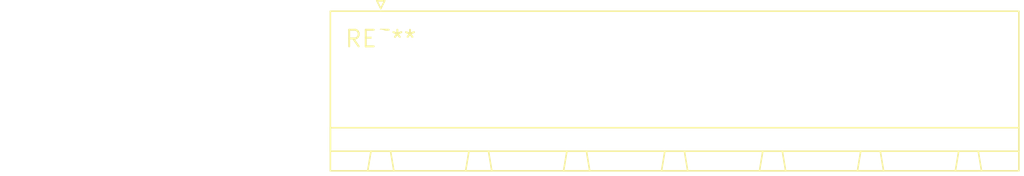
<source format=kicad_pcb>
(kicad_pcb (version 20240108) (generator pcbnew)
  (layers (0 "F.Cu" signal) (31 "B.Cu" signal) (34 "B.Paste" user) (35 "F.Paste" user) (36 "B.SilkS" user "B.Silkscreen") (37 "F.SilkS" user "F.Silkscreen") (38 "B.Mask" user) (39 "F.Mask" user) (44 "Edge.Cuts" user))
  (net 0 "")
  (footprint "PhoenixContact_GMSTBA_2,5_7-G_1x07_P7.50mm_Horizontal" (layer "F.Cu") (at 0 0)
    (property "Reference" "REF**")
    (property "Value" "PhoenixContact_GMSTBA_2,5_7-G_1x07_P7.50mm_Horizontal")
    (fp_line (start -3.86 -2.11) (end -3.86 10.11) (layer "F.SilkS") (stroke (width 0.12)))
    (fp_line (start -3.86 6.81) (end 48.86 6.81) (layer "F.SilkS") (stroke (width 0.12)))
    (fp_line (start -3.86 8.61) (end -3.86 6.81) (layer "F.SilkS") (stroke (width 0.12)))
    (fp_line (start -3.86 10.11) (end 48.86 10.11) (layer "F.SilkS") (stroke (width 0.12)))
    (fp_line (start -1 10.11) (end 1 10.11) (layer "F.SilkS") (stroke (width 0.12)))
    (fp_line (start -0.75 8.61) (end -1 10.11) (layer "F.SilkS") (stroke (width 0.12)))
    (fp_line (start -0.3 -2.91) (end 0.3 -2.91) (layer "F.SilkS") (stroke (width 0.12)))
    (fp_line (start 0 -2.31) (end -0.3 -2.91) (layer "F.SilkS") (stroke (width 0.12)))
    (fp_line (start 0.3 -2.91) (end 0 -2.31) (layer "F.SilkS") (stroke (width 0.12)))
    (fp_line (start 0.75 8.61) (end -0.75 8.61) (layer "F.SilkS") (stroke (width 0.12)))
    (fp_line (start 1 10.11) (end 0.75 8.61) (layer "F.SilkS") (stroke (width 0.12)))
    (fp_line (start 6.5 10.11) (end 8.5 10.11) (layer "F.SilkS") (stroke (width 0.12)))
    (fp_line (start 6.75 8.61) (end 6.5 10.11) (layer "F.SilkS") (stroke (width 0.12)))
    (fp_line (start 8.25 8.61) (end 6.75 8.61) (layer "F.SilkS") (stroke (width 0.12)))
    (fp_line (start 8.5 10.11) (end 8.25 8.61) (layer "F.SilkS") (stroke (width 0.12)))
    (fp_line (start 14 10.11) (end 16 10.11) (layer "F.SilkS") (stroke (width 0.12)))
    (fp_line (start 14.25 8.61) (end 14 10.11) (layer "F.SilkS") (stroke (width 0.12)))
    (fp_line (start 15.75 8.61) (end 14.25 8.61) (layer "F.SilkS") (stroke (width 0.12)))
    (fp_line (start 16 10.11) (end 15.75 8.61) (layer "F.SilkS") (stroke (width 0.12)))
    (fp_line (start 21.5 10.11) (end 23.5 10.11) (layer "F.SilkS") (stroke (width 0.12)))
    (fp_line (start 21.75 8.61) (end 21.5 10.11) (layer "F.SilkS") (stroke (width 0.12)))
    (fp_line (start 23.25 8.61) (end 21.75 8.61) (layer "F.SilkS") (stroke (width 0.12)))
    (fp_line (start 23.5 10.11) (end 23.25 8.61) (layer "F.SilkS") (stroke (width 0.12)))
    (fp_line (start 29 10.11) (end 31 10.11) (layer "F.SilkS") (stroke (width 0.12)))
    (fp_line (start 29.25 8.61) (end 29 10.11) (layer "F.SilkS") (stroke (width 0.12)))
    (fp_line (start 30.75 8.61) (end 29.25 8.61) (layer "F.SilkS") (stroke (width 0.12)))
    (fp_line (start 31 10.11) (end 30.75 8.61) (layer "F.SilkS") (stroke (width 0.12)))
    (fp_line (start 36.5 10.11) (end 38.5 10.11) (layer "F.SilkS") (stroke (width 0.12)))
    (fp_line (start 36.75 8.61) (end 36.5 10.11) (layer "F.SilkS") (stroke (width 0.12)))
    (fp_line (start 38.25 8.61) (end 36.75 8.61) (layer "F.SilkS") (stroke (width 0.12)))
    (fp_line (start 38.5 10.11) (end 38.25 8.61) (layer "F.SilkS") (stroke (width 0.12)))
    (fp_line (start 44 10.11) (end 46 10.11) (layer "F.SilkS") (stroke (width 0.12)))
    (fp_line (start 44.25 8.61) (end 44 10.11) (layer "F.SilkS") (stroke (width 0.12)))
    (fp_line (start 45.75 8.61) (end 44.25 8.61) (layer "F.SilkS") (stroke (width 0.12)))
    (fp_line (start 46 10.11) (end 45.75 8.61) (layer "F.SilkS") (stroke (width 0.12)))
    (fp_line (start 48.86 -2.11) (end -3.86 -2.11) (layer "F.SilkS") (stroke (width 0.12)))
    (fp_line (start 48.86 6.81) (end 48.86 8.61) (layer "F.SilkS") (stroke (width 0.12)))
    (fp_line (start 48.86 8.61) (end -3.86 8.61) (layer "F.SilkS") (stroke (width 0.12)))
    (fp_line (start 48.86 10.11) (end 48.86 -2.11) (layer "F.SilkS") (stroke (width 0.12)))
    (pad "1" thru_hole roundrect (at 0 0) (size 2 3.6) (drill 1.4) (layers *.Cu *.Mask) (remove_unused_layers) (roundrect_rratio 0.125))
    (pad "2" thru_hole oval (at 7.5 0) (size 2 3.6) (drill 1.4) (layers *.Cu *.Mask) (remove_unused_layers))
    (pad "3" thru_hole oval (at 15 0) (size 2 3.6) (drill 1.4) (layers *.Cu *.Mask) (remove_unused_layers))
    (pad "4" thru_hole oval (at 22.5 0) (size 2 3.6) (drill 1.4) (layers *.Cu *.Mask) (remove_unused_layers))
    (pad "5" thru_hole oval (at 30 0) (size 2 3.6) (drill 1.4) (layers *.Cu *.Mask) (remove_unused_layers))
    (pad "6" thru_hole oval (at 37.5 0) (size 2 3.6) (drill 1.4) (layers *.Cu *.Mask) (remove_unused_layers))
    (pad "7" thru_hole oval (at 45 0) (size 2 3.6) (drill 1.4) (layers *.Cu *.Mask) (remove_unused_layers))
  )
)
</source>
